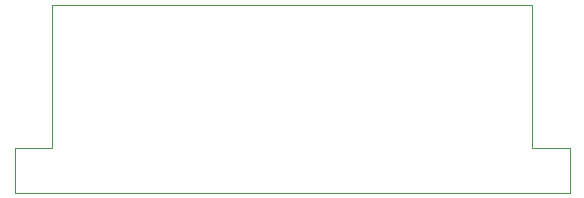
<source format=gbr>
%TF.GenerationSoftware,KiCad,Pcbnew,7.0.8*%
%TF.CreationDate,2025-02-11T21:18:31-08:00*%
%TF.ProjectId,professordisplay,70726f66-6573-4736-9f72-646973706c61,rev?*%
%TF.SameCoordinates,Original*%
%TF.FileFunction,Profile,NP*%
%FSLAX46Y46*%
G04 Gerber Fmt 4.6, Leading zero omitted, Abs format (unit mm)*
G04 Created by KiCad (PCBNEW 7.0.8) date 2025-02-11 21:18:31*
%MOMM*%
%LPD*%
G01*
G04 APERTURE LIST*
%TA.AperFunction,Profile*%
%ADD10C,0.100000*%
%TD*%
G04 APERTURE END LIST*
D10*
X120650000Y-122555000D02*
X120650000Y-110490000D01*
X164465000Y-122555000D02*
X164465000Y-126365000D01*
X161290000Y-122555000D02*
X164465000Y-122555000D01*
X117475000Y-122555000D02*
X120650000Y-122555000D01*
X164465000Y-126365000D02*
X117475000Y-126365000D01*
X117475000Y-126365000D02*
X117475000Y-122555000D01*
X161290000Y-110490000D02*
X161290000Y-122555000D01*
X120650000Y-110490000D02*
X161290000Y-110490000D01*
M02*

</source>
